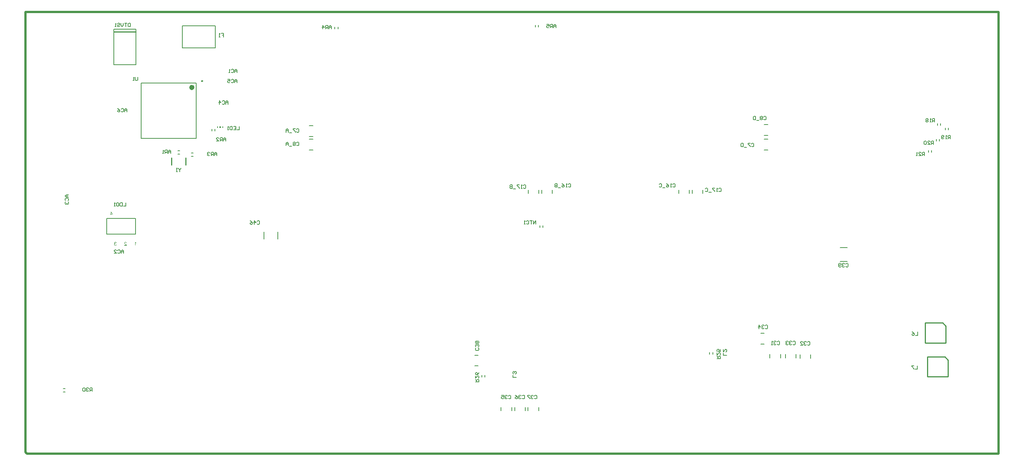
<source format=gbo>
G04 Layer_Color=32896*
%FSLAX42Y42*%
%MOMM*%
G71*
G01*
G75*
%ADD51C,0.25*%
%ADD54C,0.50*%
%ADD80C,0.25*%
%ADD81C,0.60*%
%ADD83C,0.20*%
%ADD87C,0.15*%
%ADD148C,0.23*%
%ADD149C,0.20*%
%ADD150R,0.15X0.30*%
%ADD151R,0.15X0.30*%
%ADD152R,0.30X0.30*%
G36*
X4234Y5796D02*
X4236Y5796D01*
X4239Y5795D01*
X4241Y5794D01*
X4243Y5794D01*
X4244Y5793D01*
X4245Y5793D01*
X4246Y5792D01*
X4246Y5792D01*
X4247Y5791D01*
X4247Y5791D01*
X4248Y5791D01*
X4248Y5791D01*
X4248Y5790D01*
X4249Y5789D01*
X4250Y5788D01*
X4252Y5786D01*
X4253Y5783D01*
X4255Y5781D01*
X4255Y5780D01*
X4255Y5779D01*
X4256Y5778D01*
X4256Y5777D01*
X4256Y5776D01*
X4256Y5776D01*
X4256Y5775D01*
Y5775D01*
X4246Y5773D01*
X4246Y5776D01*
X4245Y5778D01*
X4244Y5780D01*
X4244Y5781D01*
X4243Y5783D01*
X4242Y5784D01*
X4242Y5784D01*
X4242Y5784D01*
X4240Y5785D01*
X4238Y5786D01*
X4237Y5787D01*
X4235Y5787D01*
X4234Y5788D01*
X4233Y5788D01*
X4232Y5788D01*
X4232D01*
X4230Y5788D01*
X4228Y5787D01*
X4226Y5787D01*
X4225Y5786D01*
X4224Y5785D01*
X4223Y5785D01*
X4223Y5784D01*
X4222Y5784D01*
X4221Y5783D01*
X4220Y5781D01*
X4220Y5780D01*
X4219Y5778D01*
X4219Y5777D01*
X4219Y5776D01*
X4219Y5775D01*
Y5775D01*
Y5775D01*
X4219Y5774D01*
X4219Y5773D01*
X4219Y5771D01*
X4220Y5769D01*
X4221Y5767D01*
X4222Y5766D01*
X4223Y5766D01*
X4224Y5765D01*
X4224Y5765D01*
X4224D01*
X4226Y5764D01*
X4228Y5763D01*
X4230Y5763D01*
X4231Y5762D01*
X4233Y5762D01*
X4234Y5762D01*
X4234Y5762D01*
X4236D01*
X4236Y5762D01*
X4236Y5762D01*
X4237D01*
X4238Y5753D01*
X4236Y5753D01*
X4235Y5754D01*
X4234Y5754D01*
X4233Y5754D01*
X4232Y5754D01*
X4231D01*
X4228Y5754D01*
X4226Y5753D01*
X4224Y5753D01*
X4222Y5752D01*
X4221Y5751D01*
X4220Y5751D01*
X4220Y5750D01*
X4219Y5750D01*
X4219Y5749D01*
X4218Y5748D01*
X4217Y5746D01*
X4216Y5744D01*
X4215Y5743D01*
X4215Y5741D01*
X4215Y5740D01*
Y5740D01*
X4215Y5739D01*
Y5739D01*
Y5739D01*
Y5739D01*
Y5737D01*
X4215Y5736D01*
X4216Y5734D01*
X4217Y5732D01*
X4217Y5730D01*
X4218Y5729D01*
X4219Y5727D01*
X4219Y5727D01*
X4220Y5727D01*
X4220Y5727D01*
X4220Y5727D01*
X4221Y5726D01*
X4222Y5725D01*
X4224Y5724D01*
X4226Y5723D01*
X4228Y5722D01*
X4229Y5722D01*
X4230Y5722D01*
X4230D01*
X4231Y5722D01*
X4232D01*
X4234Y5722D01*
X4236Y5722D01*
X4237Y5723D01*
X4239Y5724D01*
X4240Y5724D01*
X4241Y5725D01*
X4241Y5725D01*
X4242Y5725D01*
X4242Y5726D01*
X4243Y5727D01*
X4244Y5729D01*
X4245Y5731D01*
X4246Y5733D01*
X4247Y5735D01*
X4247Y5736D01*
X4247Y5736D01*
X4247Y5737D01*
X4247Y5737D01*
X4247Y5738D01*
Y5738D01*
X4257Y5736D01*
X4257Y5735D01*
X4257Y5733D01*
X4256Y5731D01*
X4256Y5730D01*
X4255Y5728D01*
X4254Y5727D01*
X4254Y5725D01*
X4253Y5724D01*
X4252Y5723D01*
X4252Y5722D01*
X4251Y5722D01*
X4250Y5721D01*
X4250Y5721D01*
X4250Y5720D01*
X4249Y5720D01*
X4249Y5720D01*
X4248Y5719D01*
X4247Y5718D01*
X4245Y5717D01*
X4243Y5716D01*
X4242Y5716D01*
X4241Y5715D01*
X4238Y5714D01*
X4237Y5714D01*
X4235Y5714D01*
X4234Y5714D01*
X4233Y5714D01*
X4233Y5714D01*
X4232D01*
X4229Y5714D01*
X4227Y5714D01*
X4225Y5714D01*
X4224Y5715D01*
X4222Y5715D01*
X4220Y5716D01*
X4219Y5717D01*
X4217Y5717D01*
X4216Y5718D01*
X4215Y5719D01*
X4214Y5719D01*
X4214Y5720D01*
X4213Y5720D01*
X4213Y5721D01*
X4212Y5721D01*
X4212Y5721D01*
X4211Y5722D01*
X4210Y5724D01*
X4209Y5725D01*
X4208Y5727D01*
X4207Y5728D01*
X4206Y5730D01*
X4206Y5731D01*
X4205Y5733D01*
X4205Y5734D01*
X4205Y5735D01*
X4205Y5736D01*
X4205Y5737D01*
X4204Y5738D01*
Y5738D01*
Y5739D01*
Y5739D01*
X4205Y5742D01*
X4205Y5744D01*
X4206Y5746D01*
X4206Y5748D01*
X4207Y5750D01*
X4207Y5750D01*
X4208Y5751D01*
X4208Y5751D01*
X4208Y5752D01*
X4208Y5752D01*
Y5752D01*
X4210Y5753D01*
X4212Y5755D01*
X4214Y5756D01*
X4215Y5757D01*
X4217Y5758D01*
X4218Y5758D01*
X4218Y5758D01*
X4219Y5758D01*
X4219Y5759D01*
X4219Y5759D01*
X4220D01*
X4218Y5760D01*
X4216Y5761D01*
X4215Y5762D01*
X4213Y5763D01*
X4212Y5764D01*
X4212Y5765D01*
X4211Y5765D01*
X4211Y5765D01*
X4210Y5767D01*
X4210Y5769D01*
X4209Y5770D01*
X4209Y5772D01*
X4209Y5773D01*
X4208Y5774D01*
Y5775D01*
Y5775D01*
Y5775D01*
X4209Y5777D01*
X4209Y5779D01*
X4209Y5781D01*
X4210Y5782D01*
X4211Y5784D01*
X4211Y5785D01*
X4211Y5785D01*
X4211Y5785D01*
Y5785D01*
X4213Y5787D01*
X4214Y5789D01*
X4215Y5790D01*
X4217Y5791D01*
X4218Y5792D01*
X4219Y5793D01*
X4219Y5793D01*
X4220Y5793D01*
X4220Y5793D01*
X4220D01*
X4222Y5794D01*
X4224Y5795D01*
X4226Y5795D01*
X4228Y5796D01*
X4230Y5796D01*
X4230D01*
X4231Y5796D01*
X4232D01*
X4234Y5796D01*
D02*
G37*
G36*
X4171Y6429D02*
Y6420D01*
X4136D01*
Y6401D01*
X4126D01*
Y6420D01*
X4115D01*
Y6429D01*
X4126D01*
Y6481D01*
X4134D01*
X4171Y6429D01*
D02*
G37*
G36*
X4464Y5795D02*
X4466Y5795D01*
X4468Y5795D01*
X4470Y5794D01*
X4472Y5794D01*
X4473Y5793D01*
X4474Y5793D01*
X4476Y5792D01*
X4477Y5791D01*
X4478Y5791D01*
X4479Y5790D01*
X4479Y5790D01*
X4480Y5790D01*
X4480Y5789D01*
X4481Y5789D01*
X4481Y5789D01*
X4482Y5788D01*
X4483Y5787D01*
X4484Y5785D01*
X4485Y5784D01*
X4485Y5782D01*
X4486Y5781D01*
X4487Y5778D01*
X4487Y5777D01*
X4488Y5776D01*
X4488Y5775D01*
X4488Y5774D01*
X4488Y5773D01*
Y5772D01*
X4488Y5772D01*
Y5772D01*
X4478Y5771D01*
X4478Y5773D01*
X4478Y5776D01*
X4477Y5778D01*
X4476Y5780D01*
X4475Y5781D01*
X4475Y5782D01*
X4474Y5782D01*
X4474Y5783D01*
X4472Y5784D01*
X4470Y5785D01*
X4468Y5786D01*
X4467Y5786D01*
X4465Y5787D01*
X4464Y5787D01*
X4464D01*
X4463Y5787D01*
X4463D01*
X4460Y5787D01*
X4458Y5786D01*
X4456Y5786D01*
X4454Y5785D01*
X4453Y5784D01*
X4452Y5783D01*
X4452Y5783D01*
X4452Y5783D01*
X4450Y5781D01*
X4449Y5780D01*
X4448Y5778D01*
X4448Y5776D01*
X4447Y5775D01*
X4447Y5774D01*
X4447Y5773D01*
Y5773D01*
Y5773D01*
Y5773D01*
Y5772D01*
X4447Y5771D01*
X4448Y5769D01*
X4449Y5767D01*
X4450Y5765D01*
X4450Y5763D01*
X4451Y5763D01*
X4451Y5762D01*
X4452Y5762D01*
X4452Y5761D01*
X4452Y5761D01*
X4452Y5761D01*
X4453Y5760D01*
X4454Y5758D01*
X4455Y5757D01*
X4457Y5756D01*
X4460Y5753D01*
X4463Y5750D01*
X4464Y5749D01*
X4465Y5748D01*
X4467Y5747D01*
X4468Y5746D01*
X4468Y5745D01*
X4469Y5744D01*
X4470Y5744D01*
X4470Y5744D01*
X4473Y5741D01*
X4475Y5739D01*
X4478Y5737D01*
X4479Y5735D01*
X4481Y5734D01*
X4482Y5733D01*
X4482Y5732D01*
X4482Y5732D01*
X4483Y5732D01*
X4483Y5732D01*
X4484Y5730D01*
X4486Y5728D01*
X4487Y5726D01*
X4488Y5724D01*
X4488Y5723D01*
X4489Y5722D01*
X4489Y5721D01*
X4489Y5721D01*
X4489Y5721D01*
Y5721D01*
X4490Y5720D01*
X4490Y5718D01*
X4490Y5717D01*
X4490Y5716D01*
X4490Y5715D01*
Y5715D01*
Y5714D01*
Y5714D01*
X4437D01*
Y5724D01*
X4477D01*
X4475Y5725D01*
X4474Y5726D01*
X4474Y5727D01*
X4473Y5728D01*
X4473Y5728D01*
X4472Y5729D01*
X4472Y5729D01*
X4472Y5729D01*
X4471Y5730D01*
X4470Y5731D01*
X4470Y5732D01*
X4468Y5733D01*
X4466Y5735D01*
X4464Y5737D01*
X4463Y5737D01*
X4462Y5738D01*
X4462Y5738D01*
X4461Y5739D01*
X4461Y5739D01*
X4461Y5739D01*
X4459Y5741D01*
X4457Y5742D01*
X4456Y5744D01*
X4454Y5745D01*
X4453Y5746D01*
X4451Y5748D01*
X4450Y5749D01*
X4449Y5750D01*
X4448Y5750D01*
X4448Y5751D01*
X4447Y5752D01*
X4446Y5752D01*
X4446Y5753D01*
X4446Y5753D01*
X4446Y5753D01*
Y5753D01*
X4444Y5755D01*
X4443Y5757D01*
X4442Y5759D01*
X4441Y5760D01*
X4440Y5761D01*
X4439Y5762D01*
X4439Y5763D01*
X4439Y5763D01*
X4438Y5765D01*
X4438Y5767D01*
X4438Y5768D01*
X4437Y5770D01*
X4437Y5771D01*
X4437Y5772D01*
Y5772D01*
Y5773D01*
X4437Y5774D01*
X4437Y5776D01*
X4438Y5778D01*
X4438Y5779D01*
X4439Y5782D01*
X4440Y5783D01*
X4440Y5784D01*
X4441Y5785D01*
X4442Y5786D01*
X4442Y5787D01*
X4443Y5787D01*
X4443Y5788D01*
X4444Y5788D01*
X4444Y5788D01*
X4444Y5789D01*
X4445Y5790D01*
X4447Y5791D01*
X4448Y5792D01*
X4450Y5792D01*
X4451Y5793D01*
X4453Y5793D01*
X4456Y5794D01*
X4457Y5795D01*
X4458Y5795D01*
X4459Y5795D01*
X4460Y5795D01*
X4461Y5795D01*
X4462D01*
X4464Y5795D01*
D02*
G37*
G36*
X4684Y5794D02*
X4686Y5792D01*
X4687Y5790D01*
X4689Y5789D01*
X4690Y5787D01*
X4691Y5786D01*
X4692Y5786D01*
X4692Y5785D01*
X4692Y5785D01*
X4692Y5785D01*
X4695Y5783D01*
X4697Y5781D01*
X4699Y5780D01*
X4702Y5778D01*
X4704Y5777D01*
X4705Y5777D01*
X4705Y5776D01*
X4706Y5776D01*
X4706Y5776D01*
X4707Y5776D01*
X4707D01*
Y5766D01*
X4705Y5767D01*
X4703Y5768D01*
X4701Y5769D01*
X4700Y5769D01*
X4698Y5770D01*
X4697Y5771D01*
X4697Y5771D01*
X4696Y5771D01*
X4696Y5771D01*
X4696D01*
X4694Y5772D01*
X4692Y5774D01*
X4691Y5775D01*
X4689Y5776D01*
X4688Y5777D01*
X4687Y5778D01*
X4687Y5778D01*
X4687Y5778D01*
Y5715D01*
X4677D01*
Y5796D01*
X4683D01*
X4684Y5794D01*
D02*
G37*
%LPC*%
G36*
X4136Y6466D02*
Y6429D01*
X4161D01*
X4136Y6466D01*
D02*
G37*
%LPD*%
D51*
X23013Y3513D02*
Y3893D01*
X22543Y3513D02*
X23013D01*
X22543D02*
Y3963D01*
X22943D01*
X23013Y3893D01*
X23065Y2743D02*
Y3123D01*
X22595Y2743D02*
X23065D01*
X22595D02*
Y3193D01*
X22995D01*
X23065Y3123D01*
X4195Y10554D02*
X4695D01*
D54*
X24206Y1000D02*
X24206Y11000D01*
X17297Y1000D02*
X24206Y1000D01*
X2235Y1000D02*
X17297D01*
X2200Y1035D02*
X2235Y1000D01*
X2200Y1035D02*
Y1041D01*
Y10998D01*
X2202Y11000D02*
X24206Y11000D01*
D80*
X6205Y9439D02*
G03*
X6205Y9439I-12J0D01*
G01*
D81*
X5992Y9294D02*
G03*
X5992Y9294I-30J0D01*
G01*
D83*
X4812Y8144D02*
X6062D01*
X4812Y9394D02*
X6062D01*
X4812Y8144D02*
Y9394D01*
X6062Y8144D02*
Y9394D01*
X8621Y8186D02*
X8701D01*
X8621Y8426D02*
X8701D01*
X22825Y8438D02*
Y8478D01*
X22895Y8438D02*
Y8478D01*
X23073Y8337D02*
Y8377D01*
X23003Y8337D02*
Y8377D01*
X22870Y8083D02*
Y8123D01*
X22800Y8083D02*
Y8123D01*
X22692Y7829D02*
Y7869D01*
X22622Y7829D02*
Y7869D01*
X3053Y2473D02*
X3093D01*
X3053Y2403D02*
X3093D01*
X12589Y2737D02*
Y2777D01*
X12519Y2737D02*
Y2777D01*
X17742Y3259D02*
Y3299D01*
X17672Y3259D02*
Y3299D01*
X12954Y1975D02*
Y2055D01*
X13194Y1975D02*
Y2055D01*
X13265Y1977D02*
Y2057D01*
X13505Y1977D02*
Y2057D01*
X13565Y1975D02*
Y2055D01*
X13805Y1975D02*
Y2055D01*
X12357Y3233D02*
X12437D01*
X12357Y2993D02*
X12437D01*
X19033Y3174D02*
Y3254D01*
X19273Y3174D02*
Y3254D01*
X19716Y3166D02*
Y3246D01*
X19956Y3166D02*
Y3246D01*
X19386Y3174D02*
Y3254D01*
X19626Y3174D02*
Y3254D01*
X18828Y3728D02*
X18908D01*
X18828Y3488D02*
X18908D01*
X20621Y5667D02*
X20781D01*
X20621Y5357D02*
X20781D01*
X7592Y5864D02*
Y6024D01*
X7902Y5864D02*
Y6024D01*
X5949Y7737D02*
X5989D01*
X5949Y7807D02*
X5989D01*
X5644Y7788D02*
X5684D01*
X5644Y7858D02*
X5684D01*
X4195Y10612D02*
X4445D01*
X4195Y9810D02*
Y10612D01*
Y9810D02*
X4695D01*
Y10612D01*
X4445D02*
X4695D01*
X13903Y6127D02*
Y6167D01*
X13833Y6127D02*
Y6167D01*
X13797Y10666D02*
Y10706D01*
X13727Y10666D02*
Y10706D01*
X9265Y10620D02*
Y10660D01*
X9195Y10620D02*
Y10660D01*
X6417Y8311D02*
Y8351D01*
X6487Y8311D02*
Y8351D01*
X6494Y10189D02*
Y10439D01*
X5749Y10189D02*
X6494D01*
X5749D02*
Y10689D01*
X6494D01*
Y10439D02*
Y10689D01*
X8621Y7881D02*
X8701D01*
X8621Y8121D02*
X8701D01*
X18908Y7881D02*
X18988D01*
X18908Y8121D02*
X18988D01*
X18908Y8211D02*
X18988D01*
X18908Y8451D02*
X18988D01*
X16974Y6894D02*
Y6974D01*
X17214Y6894D02*
Y6974D01*
X13875Y6894D02*
Y6974D01*
X14115Y6894D02*
Y6974D01*
X13571Y6894D02*
Y6974D01*
X13811Y6894D02*
Y6974D01*
X17279Y6894D02*
Y6974D01*
X17519Y6894D02*
Y6974D01*
D87*
X22379Y3760D02*
Y3680D01*
X22326D01*
X22246Y3760D02*
X22272Y3747D01*
X22299Y3720D01*
Y3693D01*
X22286Y3680D01*
X22259D01*
X22246Y3693D01*
Y3707D01*
X22259Y3720D01*
X22299D01*
X22371Y2995D02*
Y2915D01*
X22318D01*
X22291Y2995D02*
X22238D01*
Y2982D01*
X22291Y2928D01*
Y2915D01*
X4470Y6684D02*
Y6604D01*
X4417D01*
X4390Y6684D02*
Y6604D01*
X4350D01*
X4337Y6617D01*
Y6671D01*
X4350Y6684D01*
X4390D01*
X4270D02*
X4297D01*
X4310Y6671D01*
Y6617D01*
X4297Y6604D01*
X4270D01*
X4257Y6617D01*
Y6671D01*
X4270Y6684D01*
X4230Y6604D02*
X4204D01*
X4217D01*
Y6684D01*
X4230Y6671D01*
X4420Y5537D02*
Y5591D01*
X4393Y5617D01*
X4366Y5591D01*
Y5537D01*
Y5577D01*
X4420D01*
X4286Y5604D02*
X4300Y5617D01*
X4326D01*
X4340Y5604D01*
Y5551D01*
X4326Y5537D01*
X4300D01*
X4286Y5551D01*
X4206Y5537D02*
X4260D01*
X4206Y5591D01*
Y5604D01*
X4220Y5617D01*
X4246D01*
X4260Y5604D01*
X6627Y10519D02*
X6680D01*
Y10479D01*
X6654D01*
X6680D01*
Y10439D01*
X6600D02*
X6574D01*
X6587D01*
Y10519D01*
X6600Y10506D01*
X5715Y7471D02*
Y7458D01*
X5688Y7431D01*
X5662Y7458D01*
Y7471D01*
X5688Y7431D02*
Y7391D01*
X5635D02*
X5608D01*
X5622D01*
Y7471D01*
X5635Y7458D01*
X6731Y8077D02*
Y8131D01*
X6704Y8157D01*
X6678Y8131D01*
Y8077D01*
Y8117D01*
X6731D01*
X6651Y8077D02*
Y8157D01*
X6611D01*
X6598Y8144D01*
Y8117D01*
X6611Y8104D01*
X6651D01*
X6624D02*
X6598Y8077D01*
X6518D02*
X6571D01*
X6518Y8131D01*
Y8144D01*
X6531Y8157D01*
X6558D01*
X6571Y8144D01*
X9119Y10617D02*
Y10671D01*
X9092Y10697D01*
X9065Y10671D01*
Y10617D01*
Y10657D01*
X9119D01*
X9039Y10617D02*
Y10697D01*
X8999D01*
X8985Y10684D01*
Y10657D01*
X8999Y10644D01*
X9039D01*
X9012D02*
X8985Y10617D01*
X8919D02*
Y10697D01*
X8959Y10657D01*
X8905D01*
X14199Y10643D02*
Y10696D01*
X14172Y10723D01*
X14145Y10696D01*
Y10643D01*
Y10683D01*
X14199D01*
X14119Y10643D02*
Y10723D01*
X14079D01*
X14065Y10709D01*
Y10683D01*
X14079Y10669D01*
X14119D01*
X14092D02*
X14065Y10643D01*
X13985Y10723D02*
X14039D01*
Y10683D01*
X14012Y10696D01*
X13999D01*
X13985Y10683D01*
Y10656D01*
X13999Y10643D01*
X14025D01*
X14039Y10656D01*
X13741Y6198D02*
Y6278D01*
X13688Y6198D01*
Y6278D01*
X13661D02*
X13608D01*
X13635D01*
Y6198D01*
X13528Y6264D02*
X13541Y6278D01*
X13568D01*
X13581Y6264D01*
Y6211D01*
X13568Y6198D01*
X13541D01*
X13528Y6211D01*
X13501Y6198D02*
X13475D01*
X13488D01*
Y6278D01*
X13501Y6264D01*
X7036Y8411D02*
Y8331D01*
X6982D01*
X6903Y8411D02*
X6956D01*
Y8331D01*
X6903D01*
X6956Y8371D02*
X6929D01*
X6876Y8411D02*
Y8331D01*
X6836D01*
X6823Y8345D01*
Y8398D01*
X6836Y8411D01*
X6876D01*
X6796Y8331D02*
X6769D01*
X6783D01*
Y8411D01*
X6796Y8398D01*
X4572Y10748D02*
Y10668D01*
X4532D01*
X4519Y10681D01*
Y10735D01*
X4532Y10748D01*
X4572D01*
X4492D02*
X4439D01*
X4465D01*
Y10668D01*
X4412Y10748D02*
Y10695D01*
X4385Y10668D01*
X4359Y10695D01*
Y10748D01*
X4279Y10735D02*
X4292Y10748D01*
X4319D01*
X4332Y10735D01*
Y10721D01*
X4319Y10708D01*
X4292D01*
X4279Y10695D01*
Y10681D01*
X4292Y10668D01*
X4319D01*
X4332Y10681D01*
X4252Y10668D02*
X4225D01*
X4239D01*
Y10748D01*
X4252Y10735D01*
X5486Y7798D02*
Y7851D01*
X5460Y7878D01*
X5433Y7851D01*
Y7798D01*
Y7838D01*
X5486D01*
X5406Y7798D02*
Y7878D01*
X5366D01*
X5353Y7864D01*
Y7838D01*
X5366Y7824D01*
X5406D01*
X5380D02*
X5353Y7798D01*
X5326D02*
X5300D01*
X5313D01*
Y7878D01*
X5326Y7864D01*
X6985Y9398D02*
Y9451D01*
X6958Y9478D01*
X6932Y9451D01*
Y9398D01*
Y9438D01*
X6985D01*
X6852Y9465D02*
X6865Y9478D01*
X6892D01*
X6905Y9465D01*
Y9411D01*
X6892Y9398D01*
X6865D01*
X6852Y9411D01*
X6772Y9478D02*
X6825D01*
Y9438D01*
X6798Y9451D01*
X6785D01*
X6772Y9438D01*
Y9411D01*
X6785Y9398D01*
X6812D01*
X6825Y9411D01*
X6782Y8915D02*
Y8969D01*
X6755Y8995D01*
X6728Y8969D01*
Y8915D01*
Y8955D01*
X6782D01*
X6649Y8982D02*
X6662Y8995D01*
X6688D01*
X6702Y8982D01*
Y8929D01*
X6688Y8915D01*
X6662D01*
X6649Y8929D01*
X6582Y8915D02*
Y8995D01*
X6622Y8955D01*
X6569D01*
X4496Y8738D02*
Y8791D01*
X4469Y8818D01*
X4442Y8791D01*
Y8738D01*
Y8778D01*
X4496D01*
X4363Y8804D02*
X4376Y8818D01*
X4402D01*
X4416Y8804D01*
Y8751D01*
X4402Y8738D01*
X4376D01*
X4363Y8751D01*
X4283Y8818D02*
X4309Y8804D01*
X4336Y8778D01*
Y8751D01*
X4323Y8738D01*
X4296D01*
X4283Y8751D01*
Y8764D01*
X4296Y8778D01*
X4336D01*
X6985Y9627D02*
Y9680D01*
X6958Y9707D01*
X6932Y9680D01*
Y9627D01*
Y9667D01*
X6985D01*
X6852Y9693D02*
X6865Y9707D01*
X6892D01*
X6905Y9693D01*
Y9640D01*
X6892Y9627D01*
X6865D01*
X6852Y9640D01*
X6825Y9627D02*
X6798D01*
X6812D01*
Y9707D01*
X6825Y9693D01*
X3175Y6866D02*
X3122D01*
X3095Y6839D01*
X3122Y6813D01*
X3175D01*
X3135D01*
Y6866D01*
X3108Y6733D02*
X3095Y6746D01*
Y6773D01*
X3108Y6786D01*
X3162D01*
X3175Y6773D01*
Y6746D01*
X3162Y6733D01*
X3108Y6706D02*
X3095Y6693D01*
Y6666D01*
X3108Y6653D01*
X3122D01*
X3135Y6666D01*
Y6679D01*
Y6666D01*
X3148Y6653D01*
X3162D01*
X3175Y6666D01*
Y6693D01*
X3162Y6706D01*
X6528Y7747D02*
Y7800D01*
X6501Y7827D01*
X6474Y7800D01*
Y7747D01*
Y7787D01*
X6528D01*
X6448Y7747D02*
Y7827D01*
X6408D01*
X6395Y7814D01*
Y7787D01*
X6408Y7774D01*
X6448D01*
X6421D02*
X6395Y7747D01*
X6368Y7814D02*
X6355Y7827D01*
X6328D01*
X6315Y7814D01*
Y7800D01*
X6328Y7787D01*
X6341D01*
X6328D01*
X6315Y7774D01*
Y7760D01*
X6328Y7747D01*
X6355D01*
X6368Y7760D01*
X4737Y9529D02*
Y9462D01*
X4724Y9449D01*
X4697D01*
X4684Y9462D01*
Y9529D01*
X4657Y9449D02*
X4631D01*
X4644D01*
Y9529D01*
X4657Y9515D01*
X7438Y6260D02*
X7452Y6274D01*
X7478D01*
X7492Y6260D01*
Y6207D01*
X7478Y6194D01*
X7452D01*
X7438Y6207D01*
X7372Y6194D02*
Y6274D01*
X7412Y6234D01*
X7358D01*
X7278Y6274D02*
X7305Y6260D01*
X7332Y6234D01*
Y6207D01*
X7318Y6194D01*
X7292D01*
X7278Y6207D01*
Y6220D01*
X7292Y6234D01*
X7332D01*
X20749Y5299D02*
X20763Y5312D01*
X20789D01*
X20803Y5299D01*
Y5246D01*
X20789Y5232D01*
X20763D01*
X20749Y5246D01*
X20723Y5299D02*
X20709Y5312D01*
X20683D01*
X20669Y5299D01*
Y5286D01*
X20683Y5272D01*
X20696D01*
X20683D01*
X20669Y5259D01*
Y5246D01*
X20683Y5232D01*
X20709D01*
X20723Y5246D01*
X20643D02*
X20629Y5232D01*
X20603D01*
X20589Y5246D01*
Y5299D01*
X20603Y5312D01*
X20629D01*
X20643Y5299D01*
Y5286D01*
X20629Y5272D01*
X20589D01*
X18929Y3899D02*
X18942Y3912D01*
X18969D01*
X18982Y3899D01*
Y3845D01*
X18969Y3832D01*
X18942D01*
X18929Y3845D01*
X18902Y3899D02*
X18889Y3912D01*
X18862D01*
X18849Y3899D01*
Y3885D01*
X18862Y3872D01*
X18875D01*
X18862D01*
X18849Y3859D01*
Y3845D01*
X18862Y3832D01*
X18889D01*
X18902Y3845D01*
X18782Y3832D02*
Y3912D01*
X18822Y3872D01*
X18769D01*
X19554Y3535D02*
X19568Y3549D01*
X19594D01*
X19608Y3535D01*
Y3482D01*
X19594Y3469D01*
X19568D01*
X19554Y3482D01*
X19528Y3535D02*
X19514Y3549D01*
X19488D01*
X19474Y3535D01*
Y3522D01*
X19488Y3509D01*
X19501D01*
X19488D01*
X19474Y3495D01*
Y3482D01*
X19488Y3469D01*
X19514D01*
X19528Y3482D01*
X19448Y3535D02*
X19434Y3549D01*
X19408D01*
X19394Y3535D01*
Y3522D01*
X19408Y3509D01*
X19421D01*
X19408D01*
X19394Y3495D01*
Y3482D01*
X19408Y3469D01*
X19434D01*
X19448Y3482D01*
X19884Y3527D02*
X19898Y3541D01*
X19924D01*
X19938Y3527D01*
Y3474D01*
X19924Y3461D01*
X19898D01*
X19884Y3474D01*
X19858Y3527D02*
X19844Y3541D01*
X19818D01*
X19804Y3527D01*
Y3514D01*
X19818Y3501D01*
X19831D01*
X19818D01*
X19804Y3487D01*
Y3474D01*
X19818Y3461D01*
X19844D01*
X19858Y3474D01*
X19724Y3461D02*
X19778D01*
X19724Y3514D01*
Y3527D01*
X19738Y3541D01*
X19764D01*
X19778Y3527D01*
X19201Y3535D02*
X19215Y3549D01*
X19241D01*
X19255Y3535D01*
Y3482D01*
X19241Y3469D01*
X19215D01*
X19201Y3482D01*
X19175Y3535D02*
X19161Y3549D01*
X19135D01*
X19121Y3535D01*
Y3522D01*
X19135Y3509D01*
X19148D01*
X19135D01*
X19121Y3495D01*
Y3482D01*
X19135Y3469D01*
X19161D01*
X19175Y3482D01*
X19095Y3469D02*
X19068D01*
X19081D01*
Y3549D01*
X19095Y3535D01*
X12438Y3395D02*
X12452Y3382D01*
Y3355D01*
X12438Y3342D01*
X12385D01*
X12372Y3355D01*
Y3382D01*
X12385Y3395D01*
X12438Y3422D02*
X12452Y3435D01*
Y3462D01*
X12438Y3475D01*
X12425D01*
X12412Y3462D01*
Y3448D01*
Y3462D01*
X12398Y3475D01*
X12385D01*
X12372Y3462D01*
Y3435D01*
X12385Y3422D01*
X12438Y3502D02*
X12452Y3515D01*
Y3542D01*
X12438Y3555D01*
X12425D01*
X12412Y3542D01*
X12398Y3555D01*
X12385D01*
X12372Y3542D01*
Y3515D01*
X12385Y3502D01*
X12398D01*
X12412Y3515D01*
X12425Y3502D01*
X12438D01*
X12412Y3515D02*
Y3542D01*
X13709Y2310D02*
X13722Y2324D01*
X13749D01*
X13762Y2310D01*
Y2257D01*
X13749Y2244D01*
X13722D01*
X13709Y2257D01*
X13682Y2310D02*
X13669Y2324D01*
X13642D01*
X13629Y2310D01*
Y2297D01*
X13642Y2284D01*
X13655D01*
X13642D01*
X13629Y2270D01*
Y2257D01*
X13642Y2244D01*
X13669D01*
X13682Y2257D01*
X13602Y2324D02*
X13549D01*
Y2310D01*
X13602Y2257D01*
Y2244D01*
X13433Y2312D02*
X13447Y2326D01*
X13473D01*
X13487Y2312D01*
Y2259D01*
X13473Y2246D01*
X13447D01*
X13433Y2259D01*
X13407Y2312D02*
X13393Y2326D01*
X13367D01*
X13353Y2312D01*
Y2299D01*
X13367Y2286D01*
X13380D01*
X13367D01*
X13353Y2272D01*
Y2259D01*
X13367Y2246D01*
X13393D01*
X13407Y2259D01*
X13273Y2326D02*
X13300Y2312D01*
X13327Y2286D01*
Y2259D01*
X13313Y2246D01*
X13287D01*
X13273Y2259D01*
Y2272D01*
X13287Y2286D01*
X13327D01*
X13123Y2310D02*
X13136Y2324D01*
X13163D01*
X13176Y2310D01*
Y2257D01*
X13163Y2244D01*
X13136D01*
X13123Y2257D01*
X13096Y2310D02*
X13083Y2324D01*
X13056D01*
X13043Y2310D01*
Y2297D01*
X13056Y2284D01*
X13070D01*
X13056D01*
X13043Y2270D01*
Y2257D01*
X13056Y2244D01*
X13083D01*
X13096Y2257D01*
X12963Y2324D02*
X13016D01*
Y2284D01*
X12990Y2297D01*
X12976D01*
X12963Y2284D01*
Y2257D01*
X12976Y2244D01*
X13003D01*
X13016Y2257D01*
X18057Y3229D02*
X17977D01*
Y3282D01*
Y3362D02*
Y3309D01*
X18031Y3362D01*
X18044D01*
X18057Y3349D01*
Y3322D01*
X18044Y3309D01*
X13299Y2729D02*
X13219D01*
Y2782D01*
X13286Y2809D02*
X13299Y2822D01*
Y2849D01*
X13286Y2862D01*
X13273D01*
X13259Y2849D01*
Y2835D01*
Y2849D01*
X13246Y2862D01*
X13233D01*
X13219Y2849D01*
Y2822D01*
X13233Y2809D01*
X17834Y3152D02*
X17914D01*
Y3192D01*
X17901Y3205D01*
X17874D01*
X17861Y3192D01*
Y3152D01*
Y3179D02*
X17834Y3205D01*
Y3285D02*
Y3232D01*
X17887Y3285D01*
X17901D01*
X17914Y3272D01*
Y3245D01*
X17901Y3232D01*
X17914Y3365D02*
Y3312D01*
X17874D01*
X17887Y3339D01*
Y3352D01*
X17874Y3365D01*
X17847D01*
X17834Y3352D01*
Y3325D01*
X17847Y3312D01*
X12376Y2630D02*
X12456D01*
Y2670D01*
X12443Y2683D01*
X12416D01*
X12403Y2670D01*
Y2630D01*
Y2657D02*
X12376Y2683D01*
Y2763D02*
Y2710D01*
X12430Y2763D01*
X12443D01*
X12456Y2750D01*
Y2723D01*
X12443Y2710D01*
X12456Y2843D02*
X12443Y2817D01*
X12416Y2790D01*
X12390D01*
X12376Y2803D01*
Y2830D01*
X12390Y2843D01*
X12403D01*
X12416Y2830D01*
Y2790D01*
X3708Y2413D02*
Y2493D01*
X3668D01*
X3655Y2480D01*
Y2453D01*
X3668Y2440D01*
X3708D01*
X3682D02*
X3655Y2413D01*
X3628Y2480D02*
X3615Y2493D01*
X3588D01*
X3575Y2480D01*
Y2466D01*
X3588Y2453D01*
X3602D01*
X3588D01*
X3575Y2440D01*
Y2426D01*
X3588Y2413D01*
X3615D01*
X3628Y2426D01*
X3548Y2480D02*
X3535Y2493D01*
X3508D01*
X3495Y2480D01*
Y2426D01*
X3508Y2413D01*
X3535D01*
X3548Y2426D01*
Y2480D01*
X22530Y7747D02*
Y7827D01*
X22490D01*
X22476Y7814D01*
Y7787D01*
X22490Y7774D01*
X22530D01*
X22503D02*
X22476Y7747D01*
X22397D02*
X22450D01*
X22397Y7800D01*
Y7814D01*
X22410Y7827D01*
X22436D01*
X22450Y7814D01*
X22370Y7747D02*
X22343D01*
X22357D01*
Y7827D01*
X22370Y7814D01*
X22733Y8001D02*
Y8081D01*
X22693D01*
X22680Y8068D01*
Y8041D01*
X22693Y8028D01*
X22733D01*
X22706D02*
X22680Y8001D01*
X22600D02*
X22653D01*
X22600Y8054D01*
Y8068D01*
X22613Y8081D01*
X22640D01*
X22653Y8068D01*
X22573D02*
X22560Y8081D01*
X22533D01*
X22520Y8068D01*
Y8014D01*
X22533Y8001D01*
X22560D01*
X22573Y8014D01*
Y8068D01*
X23114Y8128D02*
Y8208D01*
X23074D01*
X23061Y8195D01*
Y8168D01*
X23074Y8155D01*
X23114D01*
X23087D02*
X23061Y8128D01*
X23034D02*
X23007D01*
X23021D01*
Y8208D01*
X23034Y8195D01*
X22967Y8141D02*
X22954Y8128D01*
X22927D01*
X22914Y8141D01*
Y8195D01*
X22927Y8208D01*
X22954D01*
X22967Y8195D01*
Y8181D01*
X22954Y8168D01*
X22914D01*
X22758Y8509D02*
Y8589D01*
X22718D01*
X22705Y8576D01*
Y8549D01*
X22718Y8536D01*
X22758D01*
X22732D02*
X22705Y8509D01*
X22678D02*
X22652D01*
X22665D01*
Y8589D01*
X22678Y8576D01*
X22612D02*
X22598Y8589D01*
X22572D01*
X22558Y8576D01*
Y8562D01*
X22572Y8549D01*
X22558Y8536D01*
Y8522D01*
X22572Y8509D01*
X22598D01*
X22612Y8522D01*
Y8536D01*
X22598Y8549D01*
X22612Y8562D01*
Y8576D01*
X22598Y8549D02*
X22572D01*
X18616Y8017D02*
X18629Y8030D01*
X18656D01*
X18669Y8017D01*
Y7964D01*
X18656Y7950D01*
X18629D01*
X18616Y7964D01*
X18589Y8030D02*
X18536D01*
Y8017D01*
X18589Y7964D01*
Y7950D01*
X18509Y7937D02*
X18456D01*
X18429Y8030D02*
Y7950D01*
X18389D01*
X18376Y7964D01*
Y8017D01*
X18389Y8030D01*
X18429D01*
X8329Y8347D02*
X8342Y8360D01*
X8369D01*
X8382Y8347D01*
Y8294D01*
X8369Y8280D01*
X8342D01*
X8329Y8294D01*
X8302Y8360D02*
X8249D01*
Y8347D01*
X8302Y8294D01*
Y8280D01*
X8222Y8267D02*
X8169D01*
X8142Y8280D02*
Y8334D01*
X8115Y8360D01*
X8089Y8334D01*
Y8280D01*
Y8320D01*
X8142D01*
X18895Y8626D02*
X18908Y8640D01*
X18935D01*
X18948Y8626D01*
Y8573D01*
X18935Y8560D01*
X18908D01*
X18895Y8573D01*
X18868Y8626D02*
X18855Y8640D01*
X18828D01*
X18815Y8626D01*
Y8613D01*
X18828Y8600D01*
X18815Y8586D01*
Y8573D01*
X18828Y8560D01*
X18855D01*
X18868Y8573D01*
Y8586D01*
X18855Y8600D01*
X18868Y8613D01*
Y8626D01*
X18855Y8600D02*
X18828D01*
X18788Y8546D02*
X18735D01*
X18708Y8640D02*
Y8560D01*
X18668D01*
X18655Y8573D01*
Y8626D01*
X18668Y8640D01*
X18708D01*
X8329Y8042D02*
X8342Y8056D01*
X8369D01*
X8382Y8042D01*
Y7989D01*
X8369Y7976D01*
X8342D01*
X8329Y7989D01*
X8302Y8042D02*
X8289Y8056D01*
X8262D01*
X8249Y8042D01*
Y8029D01*
X8262Y8016D01*
X8249Y8002D01*
Y7989D01*
X8262Y7976D01*
X8289D01*
X8302Y7989D01*
Y8002D01*
X8289Y8016D01*
X8302Y8029D01*
Y8042D01*
X8289Y8016D02*
X8262D01*
X8222Y7962D02*
X8169D01*
X8142Y7976D02*
Y8029D01*
X8115Y8056D01*
X8089Y8029D01*
Y7976D01*
Y8016D01*
X8142D01*
X14475Y7102D02*
X14489Y7116D01*
X14515D01*
X14529Y7102D01*
Y7049D01*
X14515Y7036D01*
X14489D01*
X14475Y7049D01*
X14449Y7036D02*
X14422D01*
X14435D01*
Y7116D01*
X14449Y7102D01*
X14329Y7116D02*
X14356Y7102D01*
X14382Y7076D01*
Y7049D01*
X14369Y7036D01*
X14342D01*
X14329Y7049D01*
Y7062D01*
X14342Y7076D01*
X14382D01*
X14302Y7022D02*
X14249D01*
X14222Y7116D02*
Y7036D01*
X14182D01*
X14169Y7049D01*
Y7062D01*
X14182Y7076D01*
X14222D01*
X14182D01*
X14169Y7089D01*
Y7102D01*
X14182Y7116D01*
X14222D01*
X16838Y7102D02*
X16851Y7116D01*
X16878D01*
X16891Y7102D01*
Y7049D01*
X16878Y7036D01*
X16851D01*
X16838Y7049D01*
X16811Y7036D02*
X16784D01*
X16798D01*
Y7116D01*
X16811Y7102D01*
X16691Y7116D02*
X16718Y7102D01*
X16744Y7076D01*
Y7049D01*
X16731Y7036D01*
X16704D01*
X16691Y7049D01*
Y7062D01*
X16704Y7076D01*
X16744D01*
X16664Y7022D02*
X16611D01*
X16531Y7102D02*
X16544Y7116D01*
X16571D01*
X16584Y7102D01*
Y7049D01*
X16571Y7036D01*
X16544D01*
X16531Y7049D01*
X13459Y7077D02*
X13473Y7090D01*
X13499D01*
X13513Y7077D01*
Y7024D01*
X13499Y7010D01*
X13473D01*
X13459Y7024D01*
X13433Y7010D02*
X13406D01*
X13419D01*
Y7090D01*
X13433Y7077D01*
X13366Y7090D02*
X13313D01*
Y7077D01*
X13366Y7024D01*
Y7010D01*
X13286Y6997D02*
X13233D01*
X13206Y7090D02*
Y7010D01*
X13166D01*
X13153Y7024D01*
Y7037D01*
X13166Y7050D01*
X13206D01*
X13166D01*
X13153Y7064D01*
Y7077D01*
X13166Y7090D01*
X13206D01*
X17879Y7001D02*
X17892Y7014D01*
X17919D01*
X17932Y7001D01*
Y6948D01*
X17919Y6934D01*
X17892D01*
X17879Y6948D01*
X17852Y6934D02*
X17826D01*
X17839D01*
Y7014D01*
X17852Y7001D01*
X17786Y7014D02*
X17732D01*
Y7001D01*
X17786Y6948D01*
Y6934D01*
X17706Y6921D02*
X17652D01*
X17573Y7001D02*
X17586Y7014D01*
X17613D01*
X17626Y7001D01*
Y6948D01*
X17613Y6934D01*
X17586D01*
X17573Y6948D01*
D148*
X5824Y7540D02*
Y7701D01*
X5504Y7540D02*
Y7701D01*
D149*
X4034Y6325D02*
X4689D01*
Y5969D02*
Y6325D01*
X4034Y5969D02*
X4689D01*
X4034D02*
Y6325D01*
D150*
X6664Y8397D02*
D03*
D151*
X6543D02*
D03*
D152*
X6604Y8397D02*
D03*
M02*

</source>
